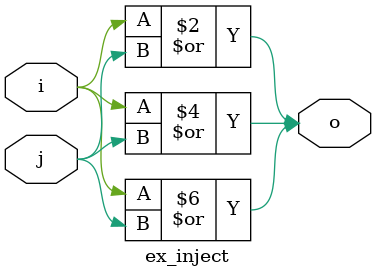
<source format=v>
module ex_inject (i, o,/*AUTOARG*/
   // Inputs
   j
   );
   input i;
   input j;
   output o;

   // Ok:
   always @ (/*AS*/i or j)
     o = i | j;
   // No change:
   always @ (j) o = i | j;
   always @ (j or i or p) o = i | j;
   // Instant

   autoinst_lopaz_srpad pad
     (.foo(bar),
      .clk(newclk),
      /*AUTOINST*/
      // Outputs
      .pin_in				(pin_in[2*w-1:0]),
      // Inouts
      .pin				(pin[w-1:0]),
      // Inputs
      .pin_out				(pin_out[w-1:0]),
      .pin_outen			(pin_outen));

endmodule

</source>
